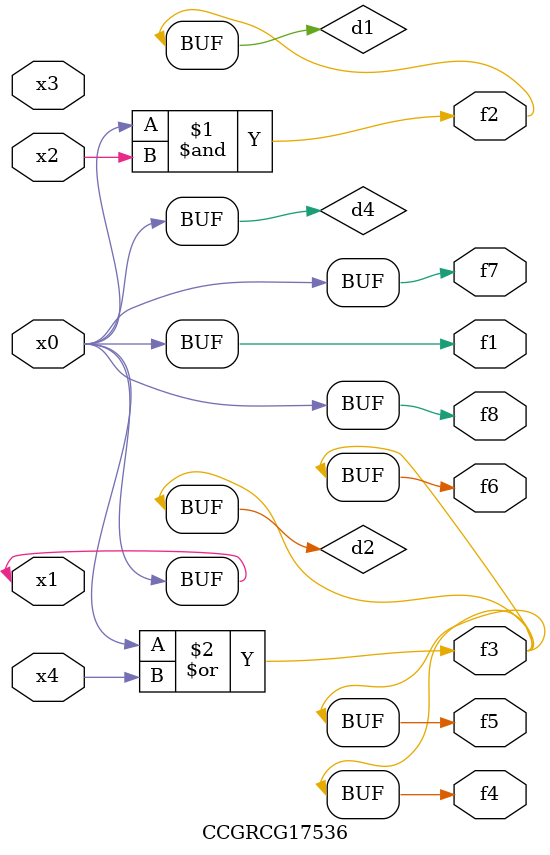
<source format=v>
module CCGRCG17536(
	input x0, x1, x2, x3, x4,
	output f1, f2, f3, f4, f5, f6, f7, f8
);

	wire d1, d2, d3, d4;

	and (d1, x0, x2);
	or (d2, x0, x4);
	nand (d3, x0, x2);
	buf (d4, x0, x1);
	assign f1 = d4;
	assign f2 = d1;
	assign f3 = d2;
	assign f4 = d2;
	assign f5 = d2;
	assign f6 = d2;
	assign f7 = d4;
	assign f8 = d4;
endmodule

</source>
